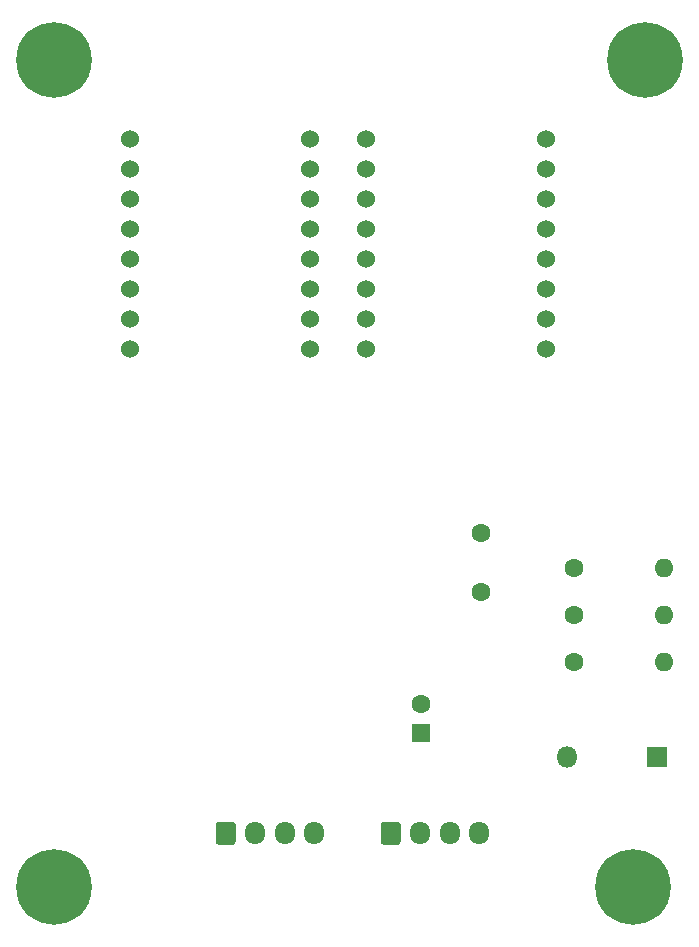
<source format=gbr>
%TF.GenerationSoftware,KiCad,Pcbnew,5.1.10-88a1d61d58~88~ubuntu20.04.1*%
%TF.CreationDate,2021-05-13T20:29:17+02:00*%
%TF.ProjectId,anna_elsa_moves_display,616e6e61-5f65-46c7-9361-5f6d6f766573,rev?*%
%TF.SameCoordinates,Original*%
%TF.FileFunction,Soldermask,Top*%
%TF.FilePolarity,Negative*%
%FSLAX46Y46*%
G04 Gerber Fmt 4.6, Leading zero omitted, Abs format (unit mm)*
G04 Created by KiCad (PCBNEW 5.1.10-88a1d61d58~88~ubuntu20.04.1) date 2021-05-13 20:29:17*
%MOMM*%
%LPD*%
G01*
G04 APERTURE LIST*
%ADD10O,1.600000X1.600000*%
%ADD11C,1.600000*%
%ADD12O,1.700000X1.950000*%
%ADD13C,6.400000*%
%ADD14O,1.800000X1.800000*%
%ADD15R,1.800000X1.800000*%
%ADD16C,1.524000*%
%ADD17R,1.600000X1.600000*%
G04 APERTURE END LIST*
D10*
%TO.C,R6*%
X147620000Y-96000000D03*
D11*
X140000000Y-96000000D03*
%TD*%
D10*
%TO.C,R5*%
X147620000Y-92000000D03*
D11*
X140000000Y-92000000D03*
%TD*%
D10*
%TO.C,R4*%
X147620000Y-88000000D03*
D11*
X140000000Y-88000000D03*
%TD*%
D12*
%TO.C,J3*%
X117990000Y-110490000D03*
X115490000Y-110490000D03*
X112990000Y-110490000D03*
G36*
G01*
X109640000Y-111215000D02*
X109640000Y-109765000D01*
G75*
G02*
X109890000Y-109515000I250000J0D01*
G01*
X111090000Y-109515000D01*
G75*
G02*
X111340000Y-109765000I0J-250000D01*
G01*
X111340000Y-111215000D01*
G75*
G02*
X111090000Y-111465000I-250000J0D01*
G01*
X109890000Y-111465000D01*
G75*
G02*
X109640000Y-111215000I0J250000D01*
G01*
G37*
%TD*%
%TO.C,J2*%
X131960000Y-110490000D03*
X129460000Y-110490000D03*
X126960000Y-110490000D03*
G36*
G01*
X123610000Y-111215000D02*
X123610000Y-109765000D01*
G75*
G02*
X123860000Y-109515000I250000J0D01*
G01*
X125060000Y-109515000D01*
G75*
G02*
X125310000Y-109765000I0J-250000D01*
G01*
X125310000Y-111215000D01*
G75*
G02*
X125060000Y-111465000I-250000J0D01*
G01*
X123860000Y-111465000D01*
G75*
G02*
X123610000Y-111215000I0J250000D01*
G01*
G37*
%TD*%
D13*
%TO.C,H4*%
X146000000Y-45000000D03*
%TD*%
%TO.C,H3*%
X96000000Y-115000000D03*
%TD*%
%TO.C,H2*%
X145000000Y-115000000D03*
%TD*%
%TO.C,H1*%
X96000000Y-45000000D03*
%TD*%
D14*
%TO.C,D12*%
X139380000Y-104000000D03*
D15*
X147000000Y-104000000D03*
%TD*%
D16*
%TO.C,D2*%
X137615000Y-51735000D03*
X137615000Y-54275000D03*
X137615000Y-56815000D03*
X137615000Y-59355000D03*
X137615000Y-61895000D03*
X137615000Y-64435000D03*
X137615000Y-66975000D03*
X137615000Y-69515000D03*
X122375000Y-69515000D03*
X122375000Y-66975000D03*
X122375000Y-64435000D03*
X122375000Y-61895000D03*
X122375000Y-59355000D03*
X122375000Y-56815000D03*
X122375000Y-54275000D03*
X122375000Y-51735000D03*
%TD*%
%TO.C,D1*%
X117600000Y-51735000D03*
X117600000Y-54275000D03*
X117600000Y-56815000D03*
X117600000Y-59355000D03*
X117600000Y-61895000D03*
X117600000Y-64435000D03*
X117600000Y-66975000D03*
X117600000Y-69515000D03*
X102360000Y-69515000D03*
X102360000Y-66975000D03*
X102360000Y-64435000D03*
X102360000Y-61895000D03*
X102360000Y-59355000D03*
X102360000Y-56815000D03*
X102360000Y-54275000D03*
X102360000Y-51735000D03*
%TD*%
D11*
%TO.C,C2*%
X127000000Y-99500000D03*
D17*
X127000000Y-102000000D03*
%TD*%
D11*
%TO.C,C1*%
X132080000Y-90090000D03*
X132080000Y-85090000D03*
%TD*%
M02*

</source>
